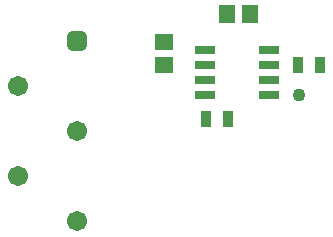
<source format=gts>
G04*
G04 #@! TF.GenerationSoftware,Altium Limited,Altium Designer,24.9.1 (31)*
G04*
G04 Layer_Color=8388736*
%FSLAX44Y44*%
%MOMM*%
G71*
G04*
G04 #@! TF.SameCoordinates,469D3FAF-4634-46EC-B0C0-F224D0B9B898*
G04*
G04*
G04 #@! TF.FilePolarity,Negative*
G04*
G01*
G75*
%ADD14R,0.9500X1.4000*%
%ADD15R,1.3549X1.5562*%
%ADD16R,1.5562X1.3549*%
%ADD17R,1.7532X0.8032*%
%ADD18C,1.7032*%
G04:AMPARAMS|DCode=19|XSize=1.7032mm|YSize=1.7032mm|CornerRadius=0.4766mm|HoleSize=0mm|Usage=FLASHONLY|Rotation=90.000|XOffset=0mm|YOffset=0mm|HoleType=Round|Shape=RoundedRectangle|*
%AMROUNDEDRECTD19*
21,1,1.7032,0.7500,0,0,90.0*
21,1,0.7500,1.7032,0,0,90.0*
1,1,0.9532,0.3750,0.3750*
1,1,0.9532,0.3750,-0.3750*
1,1,0.9532,-0.3750,-0.3750*
1,1,0.9532,-0.3750,0.3750*
%
%ADD19ROUNDEDRECTD19*%
%ADD20C,1.0922*%
D14*
X214080Y132080D02*
D03*
X195580D02*
D03*
X292100Y177800D02*
D03*
X273600D02*
D03*
D15*
X232873Y220980D02*
D03*
X213360D02*
D03*
D16*
X160020Y178204D02*
D03*
Y197717D02*
D03*
D17*
X248920Y152400D02*
D03*
Y165100D02*
D03*
Y177800D02*
D03*
Y190500D02*
D03*
X194920Y152400D02*
D03*
Y165100D02*
D03*
Y177800D02*
D03*
Y190500D02*
D03*
D18*
X86360Y45720D02*
D03*
X36360Y160020D02*
D03*
X86360Y121920D02*
D03*
X36360Y83820D02*
D03*
D19*
X86360Y198120D02*
D03*
D20*
X274320Y152400D02*
D03*
M02*

</source>
